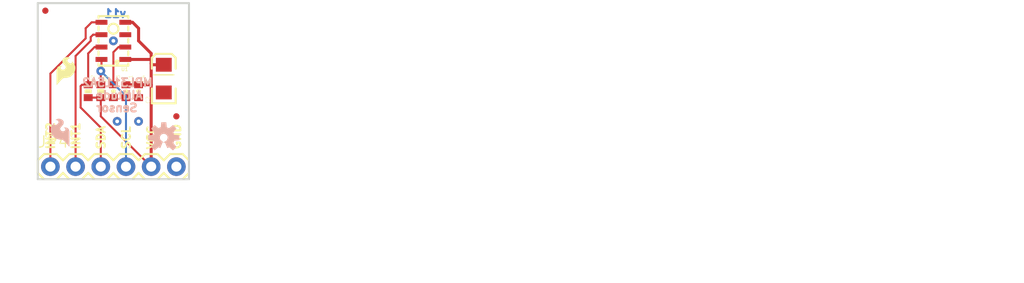
<source format=kicad_pcb>
(kicad_pcb (version 20211014) (generator pcbnew)
  (layers (0 "F.Cu" signal) (31 "B.Cu" signal) (34 "B.Paste" user) (35 "F.Paste" user) (36 "B.SilkS" user "B.Silkscreen") (37 "F.SilkS" user "F.Silkscreen") (38 "B.Mask" user) (39 "F.Mask" user) (44 "Edge.Cuts" user))
  (net 0 "")
  (net 1 "VCC")
  (net 2 "SCL")
  (net 3 "SDA")
  (net 4 "INT1")
  (net 5 "INT2")
  (net 6 "N$3")
  (net 7 "GND")
  (footprint "boardEagle:STAND-OFF" (layer "F.Cu") (at 143.4211 98.6536 180)
    (fp_text reference "JP3" hide)
    (fp_text value "STAND-OFF" hide)
    (pad "" np_thru_hole circle (at 0 0 180) (size 3.302 3.302) (drill 3.302) (layers *.Cu *.Mask))
  )
  (footprint "boardEagle:0402-RES" (layer "F.Cu") (at 147.2311 105.0036 -90)
    (fp_text reference "R1" (at -0.889 -0.6985 -90) (layer "F.SilkS") (effects (font (size 0.373888 0.373888) (thickness 0.032512)) (justify left bottom)))
    (fp_text value "1k")
    (fp_poly (pts (xy -0.2032 0.3556) (xy 0.2032 0.3556) (xy 0.2032 -0.3556) (xy -0.2032 -0.3556)) (layer "F.SilkS") (width 0) (fill solid))
    (pad "1" smd rect (at -0.65 0 270) (size 0.7 0.9) (layers "F.Cu" "F.Paste" "F.Mask") (net 2 "SCL"))
    (pad "2" smd rect (at 0.65 0 270) (size 0.7 0.9) (layers "F.Cu" "F.Paste" "F.Mask") (net 1 "VCC"))
  )
  (footprint "boardEagle:LGA8" (layer "F.Cu") (at 148.5011 99.9236 180)
    (fp_text reference "U1" (at -1.524 -2.667 180) (layer "F.SilkS") (effects (font (size 0.34544 0.34544) (thickness 0.06096)) (justify right top)))
    (fp_text value "MPL3115A2LGA8")
    (fp_line (start 1.5 2.3) (end 1.5 2.5) (layer "F.SilkS") (width 0.2032))
    (fp_line (start 1.5 -2.5) (end 1.5 -2.3) (layer "F.SilkS") (width 0.2032))
    (fp_line (start 1.5 1.45) (end 1.5 1.05) (layer "F.SilkS") (width 0.2032))
    (fp_line (start -1.5 -1.05) (end -1.5 -1.45) (layer "F.SilkS") (width 0.2032))
    (fp_line (start -1.5 -2.5) (end -1.5 -2.3) (layer "F.SilkS") (width 0.2032))
    (fp_line (start 1.5 0.2) (end 1.5 -0.2) (layer "F.SilkS") (width 0.2032))
    (fp_line (start 1.5 -2.5) (end -1.5 -2.5) (layer "F.SilkS") (width 0.2032))
    (fp_line (start -1.5 1.45) (end -1.5 1.05) (layer "F.SilkS") (width 0.2032))
    (fp_line (start 1.5 -1.05) (end 1.5 -1.45) (layer "F.SilkS") (width 0.2032))
    (fp_line (start -1.5 2.3) (end -1.5 2.5) (layer "F.SilkS") (width 0.2032))
    (fp_line (start -1.5 0.2) (end -1.5 -0.2) (layer "F.SilkS") (width 0.2032))
    (fp_line (start -1.5 2.5) (end 1.5 2.5) (layer "F.SilkS") (width 0.2032))
    (fp_circle (center -0.38 -2.14) (end -0.33 -2.14) (layer "F.SilkS") (width 0.2032) (fill none))
    (fp_circle (center 0 1.2282) (end 0.508 1.2282) (layer "F.SilkS") (width 0.2032) (fill none))
    (pad "1" smd rect (at -1.2 -1.875 180) (size 1.2 0.5) (layers "F.Cu" "F.Paste" "F.Mask") (net 1 "VCC"))
    (pad "2" smd rect (at -1.2 -0.625 180) (size 1.2 0.5) (layers "F.Cu" "F.Paste" "F.Mask") (net 6 "N$3"))
    (pad "3" smd rect (at -1.2 0.625 180) (size 1.2 0.5) (layers "F.Cu" "F.Paste" "F.Mask") (net 7 "GND"))
    (pad "4" smd rect (at -1.2 1.875 180) (size 1.2 0.5) (layers "F.Cu" "F.Paste" "F.Mask") (net 1 "VCC"))
    (pad "5" smd rect (at 1.2 1.875 180) (size 1.2 0.5) (layers "F.Cu" "F.Paste" "F.Mask") (net 5 "INT2"))
    (pad "6" smd rect (at 1.2 0.625 180) (size 1.2 0.5) (layers "F.Cu" "F.Paste" "F.Mask") (net 4 "INT1"))
    (pad "7" smd rect (at 1.2 -0.625 180) (size 1.2 0.5) (layers "F.Cu" "F.Paste" "F.Mask") (net 3 "SDA"))
    (pad "8" smd rect (at 1.2 -1.875 180) (size 1.2 0.5) (layers "F.Cu" "F.Paste" "F.Mask") (net 2 "SCL"))
  )
  (footprint "boardEagle:MICRO-FIDUCIAL" (layer "F.Cu") (at 154.8511 107.5436)
    (fp_text reference "JP6" hide)
    (fp_text value "FIDUCIALUFIDUCIAL" hide)
    (pad "1" smd roundrect (at 0 0) (size 0.635 0.635) (layers "F.Cu" "F.Mask") (roundrect_rratio 0.5))
  )
  (footprint "boardEagle:0402-CAP" (layer "F.Cu") (at 148.5011 105.0036 -90)
    (fp_text reference "C3" (at -0.889 -0.6985 -90) (layer "F.SilkS") (effects (font (size 0.373888 0.373888) (thickness 0.032512)) (justify left bottom)))
    (fp_text value "0.1uF")
    (fp_line (start 0 -0.0305) (end 0 0.0305) (layer "F.SilkS") (width 0.4064))
    (pad "1" smd rect (at -0.65 0 270) (size 0.7 0.9) (layers "F.Cu" "F.Paste" "F.Mask") (net 6 "N$3"))
    (pad "2" smd rect (at 0.65 0 270) (size 0.7 0.9) (layers "F.Cu" "F.Paste" "F.Mask") (net 7 "GND"))
  )
  (footprint "boardEagle:1X06" (layer "F.Cu") (at 142.1511 112.6236)
    (fp_text reference "JP4" (at -1.3462 -1.8288) (layer "F.SilkS") (effects (font (size 1.143 1.143) (thickness 0.127)) (justify left bottom)))
    (fp_text value "")
    (fp_line (start 11.43 -0.635) (end 12.065 -1.27) (layer "F.SilkS") (width 0.2032))
    (fp_line (start -1.27 -0.635) (end -1.27 0.635) (layer "F.SilkS") (width 0.2032))
    (fp_line (start 5.715 1.27) (end 4.445 1.27) (layer "F.SilkS") (width 0.2032))
    (fp_line (start -0.635 -1.27) (end -1.27 -0.635) (layer "F.SilkS") (width 0.2032))
    (fp_line (start 1.27 -0.635) (end 1.905 -1.27) (layer "F.SilkS") (width 0.2032))
    (fp_line (start 12.065 1.27) (end 11.43 0.635) (layer "F.SilkS") (width 0.2032))
    (fp_line (start 10.795 -1.27) (end 11.43 -0.635) (layer "F.SilkS") (width 0.2032))
    (fp_line (start 3.175 -1.27) (end 3.81 -0.635) (layer "F.SilkS") (width 0.2032))
    (fp_line (start 8.255 1.27) (end 6.985 1.27) (layer "F.SilkS") (width 0.2032))
    (fp_line (start 8.89 -0.635) (end 9.525 -1.27) (layer "F.SilkS") (width 0.2032))
    (fp_line (start 13.335 1.27) (end 12.065 1.27) (layer "F.SilkS") (width 0.2032))
    (fp_line (start 8.255 -1.27) (end 8.89 -0.635) (layer "F.SilkS") (width 0.2032))
    (fp_line (start 1.27 0.635) (end 0.635 1.27) (layer "F.SilkS") (width 0.2032))
    (fp_line (start 6.985 -1.27) (end 8.255 -1.27) (layer "F.SilkS") (width 0.2032))
    (fp_line (start 3.81 0.635) (end 3.175 1.27) (layer "F.SilkS") (width 0.2032))
    (fp_line (start 11.43 0.635) (end 10.795 1.27) (layer "F.SilkS") (width 0.2032))
    (fp_line (start 3.81 -0.635) (end 4.445 -1.27) (layer "F.SilkS") (width 0.2032))
    (fp_line (start 4.445 -1.27) (end 5.715 -1.27) (layer "F.SilkS") (width 0.2032))
    (fp_line (start 0.635 1.27) (end -0.635 1.27) (layer "F.SilkS") (width 0.2032))
    (fp_line (start 6.985 -1.27) (end 6.35 -0.635) (layer "F.SilkS") (width 0.2032))
    (fp_line (start 6.35 0.635) (end 5.715 1.27) (layer "F.SilkS") (width 0.2032))
    (fp_line (start 10.795 1.27) (end 9.525 1.27) (layer "F.SilkS") (width 0.2032))
    (fp_line (start 4.445 1.27) (end 3.81 0.635) (layer "F.SilkS") (width 0.2032))
    (fp_line (start 1.905 1.27) (end 1.27 0.635) (layer "F.SilkS") (width 0.2032))
    (fp_line (start 12.065 -1.27) (end 13.335 -1.27) (layer "F.SilkS") (width 0.2032))
    (fp_line (start 13.335 -1.27) (end 13.97 -0.635) (layer "F.SilkS") (width 0.2032))
    (fp_line (start 5.715 -1.27) (end 6.35 -0.635) (layer "F.SilkS") (width 0.2032))
    (fp_line (start 13.97 0.635) (end 13.335 1.27) (layer "F.SilkS") (width 0.2032))
    (fp_line (start 0.635 -1.27) (end 1.27 -0.635) (layer "F.SilkS") (width 0.2032))
    (fp_line (start 1.905 -1.27) (end 3.175 -1.27) (layer "F.SilkS") (width 0.2032))
    (fp_line (start 3.175 1.27) (end 1.905 1.27) (layer "F.SilkS") (width 0.2032))
    (fp_line (start -0.635 -1.27) (end 0.635 -1.27) (layer "F.SilkS") (width 0.2032))
    (fp_line (start 9.525 -1.27) (end 10.795 -1.27) (layer "F.SilkS") (width 0.2032))
    (fp_line (start 13.97 -0.635) (end 13.97 0.635) (layer "F.SilkS") (width 0.2032))
    (fp_line (start 8.89 0.635) (end 8.255 1.27) (layer "F.SilkS") (width 0.2032))
    (fp_line (start 9.525 1.27) (end 8.89 0.635) (layer "F.SilkS") (width 0.2032))
    (fp_line (start -1.27 0.635) (end -0.635 1.27) (layer "F.SilkS") (width 0.2032))
    (fp_line (start 6.35 0.635) (end 6.985 1.27) (layer "F.SilkS") (width 0.2032))
    (pad "1" thru_hole circle (at 0 0 90) (size 1.8796 1.8796) (drill 1.016) (layers *.Cu *.Mask) (net 5 "INT2"))
    (pad "2" thru_hole circle (at 2.54 0 90) (size 1.8796 1.8796) (drill 1.016) (layers *.Cu *.Mask) (net 4 "INT1"))
    (pad "3" thru_hole circle (at 5.08 0 90) (size 1.8796 1.8796) (drill 1.016) (layers *.Cu *.Mask) (net 3 "SDA"))
    (pad "4" thru_hole circle (at 7.62 0 90) (size 1.8796 1.8796) (drill 1.016) (layers *.Cu *.Mask) (net 2 "SCL"))
    (pad "5" thru_hole circle (at 10.16 0 90) (size 1.8796 1.8796) (drill 1.016) (layers *.Cu *.Mask) (net 1 "VCC"))
    (pad "6" thru_hole circle (at 12.7 0 90) (size 1.8796 1.8796) (drill 1.016) (layers *.Cu *.Mask) (net 7 "GND"))
  )
  (footprint "boardEagle:EIA3216" (layer "F.Cu") (at 153.5811 103.7336 90)
    (fp_text reference "C2" (at -2.54 -1.381 90) (layer "F.SilkS") (effects (font (size 0.373888 0.373888) (thickness 0.032512)) (justify left bottom)))
    (fp_text value "10uF")
    (fp_line (start 1 1.2) (end 2.1 1.2) (layer "F.SilkS") (width 0.2032))
    (fp_line (start -2.5 -1.2) (end -1 -1.2) (layer "F.SilkS") (width 0.2032))
    (fp_line (start 2.5 0.8) (end 2.5 -0.8) (layer "F.SilkS") (width 0.2032))
    (fp_line (start -2.5 1.2) (end -2.5 -1.2) (layer "F.SilkS") (width 0.2032))
    (fp_line (start 2.5 -0.8) (end 2.1 -1.2) (layer "F.SilkS") (width 0.2032))
    (fp_line (start 2.1 -1.2) (end 1 -1.2) (layer "F.SilkS") (width 0.2032))
    (fp_line (start -1 1.2) (end -2.5 1.2) (layer "F.SilkS") (width 0.2032))
    (fp_line (start 0.381 -1.016) (end 0.381 1.016) (layer "F.SilkS") (width 0.127))
    (fp_line (start 2.1 1.2) (end 2.5 0.8) (layer "F.SilkS") (width 0.2032))
    (pad "A" smd rect (at 1.4 0 180) (size 1.6 1.4) (layers "F.Cu" "F.Paste" "F.Mask") (net 1 "VCC"))
    (pad "C" smd rect (at -1.4 0 180) (size 1.6 1.4) (layers "F.Cu" "F.Paste" "F.Mask") (net 7 "GND"))
  )
  (footprint "boardEagle:CREATIVE_COMMONS" (layer "F.Cu") (at 157.3911 124.0536)
    (fp_text reference "U$2" hide)
    (fp_text value "CREATIVE_COMMONS" hide)
  )
  (footprint "boardEagle:SFE-LOGO-FLAME" (layer "F.Cu") (at 142.7861 104.3686)
    (fp_text reference "JP5" hide)
    (fp_text value "LOGO-SFESK" hide)
    (fp_poly (pts (xy 1.126002 -2.808203) (xy 1.215449 -2.785829) (xy 1.228477 -2.780783) (xy 1.240149 -2.774875) (xy 1.25686 -2.766576) (xy 1.275552 -2.759834) (xy 1.371694 -2.7026) (xy 1.3793 -2.7026) (xy 1.3793 -2.6772) (xy 1.306833 -2.6772) (xy 1.208418 -2.657914) (xy 1.074855 -2.495286) (xy 1.079365 -2.436825) (xy 1.12809 -2.341869) (xy 1.204666 -2.265196) (xy 1.294069 -2.200638) (xy 1.369348 -2.168824) (xy 1.450737 -2.171632) (xy 1.458864 -2.174186) (xy 1.466257 -2.177389) (xy 1.530514 -2.236956) (xy 1.5368 -2.259812) (xy 1.5368 -2.377938) (xy 1.763707 -2.148127) (xy 1.868186 -1.856841) (xy 1.871603 -1.856894) (xy 1.87806 -1.650435) (xy 1.848857 -1.45742) (xy 1.785308 -1.272842) (xy 1.6663 -1.061578) (xy 1.6663 -1.080581) (xy 1.378131 -0.80901) (xy 0.982239 -0.6985) (xy 0.753005 -0.6985) (xy 0.716201 -0.692046) (xy 0.681776 -0.679592) (xy 0.496322 -0.541784) (xy -0.0126 0.03091) (xy -0.0126 -1.52077) (xy 0.060004 -1.761967) (xy 0.168295 -1.865489) (xy 0.307122 -1.917522) (xy 0.4039 -1.925089) (xy 0.499384 -1.917623) (xy 0.55991 -1.908099) (xy 0.557788 -1.884433) (xy 0.522216 -1.885242) (xy 0.501784 -1.876141) (xy 0.420519 -1.817154) (xy 0.400722 -1.79067) (xy 0.390395 -1.7285) (xy 0.400905 -1.665229) (xy 0.421405 -1.625174) (xy 0.452343 -1.592685) (xy 0.546535 -1.54355) (xy 0.652229 -1.531742) (xy 0.742768 -1.550084) (xy 0.82422 -1.589656) (xy 0.92203 -1.754659) (xy 0.907706 -1.848844) (xy 0.850914 -1.930401) (xy 0.584707 -2.263237) (xy 0.561667 -2.510855) (xy 0.627495 -2.621556) (xy 0.629042 -2.623103) (xy 0.778901 -2.74712) (xy 1.032676 -2.817064)) (layer "F.SilkS") (width 0) (fill solid))
  )
  (footprint "boardEagle:0402-CAP" (layer "F.Cu") (at 151.0411 105.0036 -90)
    (fp_text reference "C4" (at -0.889 -0.6985 -90) (layer "F.SilkS") (effects (font (size 0.373888 0.373888) (thickness 0.032512)) (justify left bottom)))
    (fp_text value "1uF")
    (fp_line (start 0 -0.0305) (end 0 0.0305) (layer "F.SilkS") (width 0.4064))
    (pad "1" smd rect (at -0.65 0 270) (size 0.7 0.9) (layers "F.Cu" "F.Paste" "F.Mask") (net 1 "VCC"))
    (pad "2" smd rect (at 0.65 0 270) (size 0.7 0.9) (layers "F.Cu" "F.Paste" "F.Mask") (net 7 "GND"))
  )
  (footprint "boardEagle:MICRO-FIDUCIAL" (layer "F.Cu") (at 141.6431 96.8756)
    (fp_text reference "JP7" hide)
    (fp_text value "FIDUCIALUFIDUCIAL" hide)
    (pad "1" smd roundrect (at 0 0) (size 0.635 0.635) (layers "F.Cu" "F.Mask") (roundrect_rratio 0.5))
  )
  (footprint "boardEagle:STAND-OFF" (layer "F.Cu") (at 153.5811 98.6536 180)
    (fp_text reference "JP2" hide)
    (fp_text value "STAND-OFF" hide)
    (pad "" np_thru_hole circle (at 0 0 180) (size 3.302 3.302) (drill 3.302) (layers *.Cu *.Mask))
  )
  (footprint "boardEagle:0402-CAP" (layer "F.Cu") (at 149.7711 105.0036 -90)
    (fp_text reference "C1" (at -0.889 -0.6985 -90) (layer "F.SilkS") (effects (font (size 0.373888 0.373888) (thickness 0.032512)) (justify left bottom)))
    (fp_text value "0.1uF")
    (fp_line (start 0 -0.0305) (end 0 0.0305) (layer "F.SilkS") (width 0.4064))
    (pad "1" smd rect (at -0.65 0 270) (size 0.7 0.9) (layers "F.Cu" "F.Paste" "F.Mask") (net 1 "VCC"))
    (pad "2" smd rect (at 0.65 0 270) (size 0.7 0.9) (layers "F.Cu" "F.Paste" "F.Mask") (net 7 "GND"))
  )
  (footprint "boardEagle:0402-RES" (layer "F.Cu") (at 145.9611 105.0036 -90)
    (fp_text reference "R2" (at -0.889 -0.6985 -90) (layer "F.SilkS") (effects (font (size 0.373888 0.373888) (thickness 0.032512)) (justify left bottom)))
    (fp_text value "1k")
    (fp_poly (pts (xy -0.2032 0.3556) (xy 0.2032 0.3556) (xy 0.2032 -0.3556) (xy -0.2032 -0.3556)) (layer "F.SilkS") (width 0) (fill solid))
    (pad "1" smd rect (at -0.65 0 270) (size 0.7 0.9) (layers "F.Cu" "F.Paste" "F.Mask") (net 3 "SDA"))
    (pad "2" smd rect (at 0.65 0 270) (size 0.7 0.9) (layers "F.Cu" "F.Paste" "F.Mask") (net 1 "VCC"))
  )
  (footprint "boardEagle:SFE-LOGO-FLAME" (layer "B.Cu") (at 144.0561 110.5916 180)
    (fp_text reference "JP1" hide)
    (fp_text value "LOGO-SFESK" hide)
    (fp_poly (pts (xy 1.126002 2.808203) (xy 1.215449 2.785829) (xy 1.228477 2.780783) (xy 1.240149 2.774875) (xy 1.25686 2.766576) (xy 1.275552 2.759834) (xy 1.371694 2.7026) (xy 1.3793 2.7026) (xy 1.3793 2.6772) (xy 1.306833 2.6772) (xy 1.208418 2.657914) (xy 1.074855 2.495286) (xy 1.079365 2.436825) (xy 1.12809 2.341869) (xy 1.204666 2.265196) (xy 1.294069 2.200638) (xy 1.369348 2.168824) (xy 1.450737 2.171632) (xy 1.458864 2.174186) (xy 1.466257 2.177389) (xy 1.530514 2.236956) (xy 1.5368 2.259812) (xy 1.5368 2.377938) (xy 1.763707 2.148127) (xy 1.868186 1.856841) (xy 1.871603 1.856894) (xy 1.87806 1.650435) (xy 1.848857 1.45742) (xy 1.785308 1.272842) (xy 1.6663 1.061578) (xy 1.6663 1.080581) (xy 1.378131 0.80901) (xy 0.982239 0.6985) (xy 0.753005 0.6985) (xy 0.716201 0.692046) (xy 0.681776 0.679592) (xy 0.496322 0.541784) (xy -0.0126 -0.03091) (xy -0.0126 1.52077) (xy 0.060004 1.761967) (xy 0.168295 1.865489) (xy 0.307122 1.917522) (xy 0.4039 1.925089) (xy 0.499384 1.917623) (xy 0.55991 1.908099) (xy 0.557788 1.884433) (xy 0.522216 1.885242) (xy 0.501784 1.876141) (xy 0.420519 1.817154) (xy 0.400722 1.79067) (xy 0.390395 1.7285) (xy 0.400905 1.665229) (xy 0.421405 1.625174) (xy 0.452343 1.592685) (xy 0.546535 1.54355) (xy 0.652229 1.531742) (xy 0.742768 1.550084) (xy 0.82422 1.589656) (xy 0.92203 1.754659) (xy 0.907706 1.848844) (xy 0.850914 1.930401) (xy 0.584707 2.263237) (xy 0.561667 2.510855) (xy 0.627495 2.621556) (xy 0.629042 2.623103) (xy 0.778901 2.74712) (xy 1.032676 2.817064)) (layer "B.SilkS") (width 0) (fill solid))
  )
  (footprint "boardEagle:OSHW-LOGO-S" (layer "B.Cu") (at 153.5811 109.7026 180)
    (fp_text reference "U$1" hide)
    (fp_text value "OSHW-LOGOS" hide)
    (fp_poly (pts (xy 0.301647 1.061351) (xy 0.42347 1.022344) (xy 0.537177 0.963769) (xy 0.92862 1.282946) (xy 1.282946 0.92862) (xy 0.961035 0.533823) (xy 1.057046 0.302084) (xy 1.5638 0.250561) (xy 1.5638 -0.250561) (xy 1.057046 -0.302084) (xy 0.961035 -0.533823) (xy 1.282946 -0.92862) (xy 0.92862 -1.282946) (xy 0.537177 -0.96377) (xy 0.356601 -1.056794) (xy 0.088679 -0.410073) (xy 0.326262 -0.2176) (xy 0.373649 -0.121468) (xy 0.392729 -0.010339) (xy 0.379464 0.101634) (xy 0.334947 0.205229) (xy 0.262842 0.291918) (xy 0.169087 0.354561) (xy 0.061406 0.387999) (xy -0.051342 0.38948) (xy -0.159868 0.358881) (xy -0.255234 0.298724) (xy -0.329589 0.213962) (xy -0.376813 0.111569) (xy -0.392176 0.005767) (xy -0.322923 -0.222565) (xy -0.249312 -0.303773) (xy 0.091677 -0.5081) (xy -0.12929 -0.5081) (xy -0.355332 -1.053732) (xy -0.506597 -0.983577) (xy -0.538922 -0.965192) (xy -0.92862 -1.282946) (xy -1.282946 -0.92862) (xy -0.961035 -0.533823) (xy -1.057046 -0.302084) (xy -1.5638 -0.250561) (xy -1.5638 0.250561) (xy -1.057046 0.302084) (xy -0.961035 0.533823) (xy -1.282946 0.92862) (xy -0.92862 1.282946) (xy -0.533823 0.961035) (xy -0.302084 1.057046) (xy -0.250561 1.5638) (xy 0.250561 1.5638)) (layer "B.SilkS") (width 0) (fill solid))
  )
  (gr_line (start 140.8811 96.1136) (end 140.8811 113.8936) (layer "Edge.Cuts") (width 0.2032))
  (gr_line (start 156.1211 96.1136) (end 140.8811 96.1136) (layer "Edge.Cuts") (width 0.2032))
  (gr_line (start 156.1211 113.8936) (end 156.1211 96.1136) (layer "Edge.Cuts") (width 0.2032))
  (gr_line (start 140.8811 113.8936) (end 156.1211 113.8936) (layer "Edge.Cuts") (width 0.2032))
  (gr_text "v11" (at 149.8981 97.6376) (layer "B.Cu") (effects (font (size 0.8128 0.8128) (thickness 0.2032)) (justify left bottom mirror)))
  (gr_text "Altitude" (at 151.5491 105.8926) (layer "B.SilkS") (effects (font (size 0.82296 0.82296) (thickness 0.19304)) (justify left bottom mirror)))
  (gr_text "MPL3115A2" (at 152.5651 104.6226) (layer "B.SilkS") (effects (font (size 0.82296 0.82296) (thickness 0.19304)) (justify left bottom mirror)))
  (gr_text "Sensor" (at 151.0411 107.1626) (layer "B.SilkS") (effects (font (size 0.8128 0.8128) (thickness 0.2032)) (justify left bottom mirror)))
  (gr_text "INT2" (at 142.6591 110.9726 90) (layer "F.SilkS") (effects (font (size 0.82296 0.82296) (thickness 0.19304)) (justify left bottom)))
  (gr_text "SDA" (at 147.7391 110.9726 90) (layer "F.SilkS") (effects (font (size 0.82296 0.82296) (thickness 0.19304)) (justify left bottom)))
  (gr_text "SCL" (at 150.2791 110.9726 90) (layer "F.SilkS") (effects (font (size 0.82296 0.82296) (thickness 0.19304)) (justify left bottom)))
  (gr_text "INT1" (at 145.1991 110.9726 90) (layer "F.SilkS") (effects (font (size 0.82296 0.82296) (thickness 0.19304)) (justify left bottom)))
  (gr_text "GND" (at 155.3591 110.9726 90) (layer "F.SilkS") (effects (font (size 0.82296 0.82296) (thickness 0.19304)) (justify left bottom)))
  (gr_text "VCC" (at 152.8191 110.9726 90) (layer "F.SilkS") (effects (font (size 0.82296 0.82296) (thickness 0.19304)) (justify left bottom)))
  (segment (start 152.2961 104.3536) (end 151.0411 104.3536) (width 0.3048) (layer "F.Cu") (net 1))
  (segment (start 152.3111 104.3686) (end 152.2961 104.3536) (width 0.3048) (layer "F.Cu") (net 1))
  (segment (start 152.3111 112.6236) (end 152.3111 104.3686) (width 0.3048) (layer "F.Cu") (net 1))
  (segment (start 152.3111 101.1936) (end 151.0411 99.9236) (width 0.3048) (layer "F.Cu") (net 1))
  (segment (start 150.4361 98.0486) (end 149.7011 98.0486) (width 0.3048) (layer "F.Cu") (net 1))
  (segment (start 151.0411 104.3536) (end 149.7711 104.3536) (width 0.3048) (layer "F.Cu") (net 1))
  (segment (start 152.3111 101.8286) (end 152.3111 101.1936) (width 0.3048) (layer "F.Cu") (net 1))
  (segment (start 152.3111 102.2096) (end 152.3111 101.8286) (width 0.3048) (layer "F.Cu") (net 1))
  (segment (start 152.3111 112.6236) (end 147.2311 107.5436) (width 0.2032) (layer "F.Cu") (net 1))
  (segment (start 147.2311 105.6536) (end 145.9611 105.6536) (width 0.2032) (layer "F.Cu") (net 1))
  (segment (start 152.2811 101.7986) (end 149.7011 101.7986) (width 0.3048) (layer "F.Cu") (net 1))
  (segment (start 152.3111 101.8286) (end 152.2811 101.7986) (width 0.3048) (layer "F.Cu") (net 1))
  (segment (start 151.0411 98.6536) (end 150.4361 98.0486) (width 0.3048) (layer "F.Cu") (net 1))
  (segment (start 152.3111 102.2096) (end 152.4351 102.3336) (width 0.3048) (layer "F.Cu") (net 1))
  (segment (start 152.3111 104.3686) (end 152.3111 102.2096) (width 0.3048) (layer "F.Cu") (net 1))
  (segment (start 147.2311 107.5436) (end 147.2311 105.6536) (width 0.2032) (layer "F.Cu") (net 1))
  (segment (start 151.0411 99.9236) (end 151.0411 98.6536) (width 0.3048) (layer "F.Cu") (net 1))
  (segment (start 152.4351 102.3336) (end 153.5811 102.3336) (width 0.3048) (layer "F.Cu") (net 1))
  (segment (start 147.2311 102.9716) (end 147.3011 102.9016) (width 0.2032) (layer "F.Cu") (net 2))
  (segment (start 147.2311 102.9716) (end 147.2311 104.3536) (width 0.2032) (layer "F.Cu") (net 2))
  (segment (start 147.3011 102.9016) (end 147.3011 101.7986) (width 0.2032) (layer "F.Cu") (net 2))
  (via (at 147.2311 102.9716) (size 0.889) (drill 0.381) (layers "F.Cu" "B.Cu") (net 2))
  (segment (start 149.7711 112.6236) (end 149.7711 105.5116) (width 0.2032) (layer "B.Cu") (net 2))
  (segment (start 149.7711 105.5116) (end 147.2311 102.9716) (width 0.2032) (layer "B.Cu") (net 2))
  (segment (start 145.9611 104.3536) (end 145.9611 101.1936) (width 0.2032) (layer "F.Cu") (net 3))
  (segment (start 146.6061 100.5486) (end 147.3011 100.5486) (width 0.2032) (layer "F.Cu") (net 3))
  (segment (start 145.1991 104.4956) (end 145.3411 104.3536) (width 0.2032) (layer "F.Cu") (net 3))
  (segment (start 145.3411 104.3536) (end 145.9611 104.3536) (width 0.2032) (layer "F.Cu") (net 3))
  (segment (start 145.1991 106.6546) (end 145.1991 104.4956) (width 0.2032) (layer "F.Cu") (net 3))
  (segment (start 145.9611 101.1936) (end 146.6061 100.5486) (width 0.2032) (layer "F.Cu") (net 3))
  (segment (start 147.2311 108.6866) (end 145.1991 106.6546) (width 0.2032) (layer "F.Cu") (net 3))
  (segment (start 147.2311 112.6236) (end 147.2311 108.6866) (width 0.2032) (layer "F.Cu") (net 3))
  (segment (start 144.6911 112.6236) (end 144.6911 101.4476) (width 0.2032) (layer "F.Cu") (net 4))
  (segment (start 146.4591 99.2986) (end 147.3011 99.2986) (width 0.2032) (layer "F.Cu") (net 4))
  (segment (start 146.2151 99.9236) (end 146.2151 99.5426) (width 0.2032) (layer "F.Cu") (net 4))
  (segment (start 146.2151 99.5426) (end 146.4591 99.2986) (width 0.2032) (layer "F.Cu") (net 4))
  (segment (start 144.6911 101.4476) (end 146.2151 99.9236) (width 0.2032) (layer "F.Cu") (net 4))
  (segment (start 142.1511 112.6236) (end 142.1511 103.2256) (width 0.2032) (layer "F.Cu") (net 5))
  (segment (start 145.7071 99.6696) (end 145.7071 98.6536) (width 0.2032) (layer "F.Cu") (net 5))
  (segment (start 142.1511 103.2256) (end 145.7071 99.6696) (width 0.2032) (layer "F.Cu") (net 5))
  (segment (start 146.3121 98.0486) (end 147.3011 98.0486) (width 0.2032) (layer "F.Cu") (net 5))
  (segment (start 145.7071 98.6536) (end 146.3121 98.0486) (width 0.2032) (layer "F.Cu") (net 5))
  (segment (start 148.5011 104.3536) (end 148.5011 101.0666) (width 0.2032) (layer "F.Cu") (net 6))
  (segment (start 148.5011 101.0666) (end 149.0191 100.5486) (width 0.2032) (layer "F.Cu") (net 6))
  (segment (start 149.0191 100.5486) (end 149.7011 100.5486) (width 0.2032) (layer "F.Cu") (net 6))
  (via (at 148.5011 99.9236) (size 0.889) (drill 0.381) (layers "F.Cu" "B.Cu") (net 7))
  (via (at 148.8821 108.0516) (size 0.889) (drill 0.381) (layers "F.Cu" "B.Cu") (net 7))
  (via (at 151.0411 108.0516) (size 0.889) (drill 0.381) (layers "F.Cu" "B.Cu") (net 7))
)
</source>
